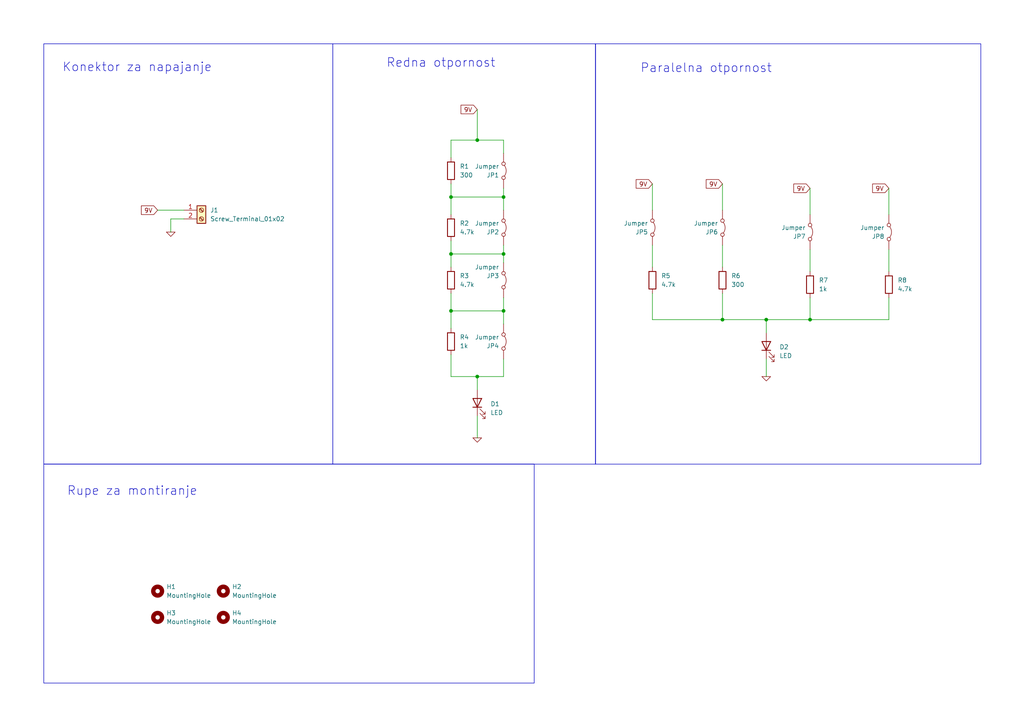
<source format=kicad_sch>
(kicad_sch
	(version 20250114)
	(generator "eeschema")
	(generator_version "9.0")
	(uuid "4bec5ddf-adbf-41fb-a069-c7630bb0044a")
	(paper "A4")
	(lib_symbols
		(symbol "Connector:Screw_Terminal_01x02"
			(pin_names
				(offset 1.016)
				(hide yes)
			)
			(exclude_from_sim no)
			(in_bom yes)
			(on_board yes)
			(property "Reference" "J"
				(at 0 2.54 0)
				(effects
					(font
						(size 1.27 1.27)
					)
				)
			)
			(property "Value" "Screw_Terminal_01x02"
				(at 0 -5.08 0)
				(effects
					(font
						(size 1.27 1.27)
					)
				)
			)
			(property "Footprint" ""
				(at 0 0 0)
				(effects
					(font
						(size 1.27 1.27)
					)
					(hide yes)
				)
			)
			(property "Datasheet" "~"
				(at 0 0 0)
				(effects
					(font
						(size 1.27 1.27)
					)
					(hide yes)
				)
			)
			(property "Description" "Generic screw terminal, single row, 01x02, script generated (kicad-library-utils/schlib/autogen/connector/)"
				(at 0 0 0)
				(effects
					(font
						(size 1.27 1.27)
					)
					(hide yes)
				)
			)
			(property "ki_keywords" "screw terminal"
				(at 0 0 0)
				(effects
					(font
						(size 1.27 1.27)
					)
					(hide yes)
				)
			)
			(property "ki_fp_filters" "TerminalBlock*:*"
				(at 0 0 0)
				(effects
					(font
						(size 1.27 1.27)
					)
					(hide yes)
				)
			)
			(symbol "Screw_Terminal_01x02_1_1"
				(rectangle
					(start -1.27 1.27)
					(end 1.27 -3.81)
					(stroke
						(width 0.254)
						(type default)
					)
					(fill
						(type background)
					)
				)
				(polyline
					(pts
						(xy -0.5334 0.3302) (xy 0.3302 -0.508)
					)
					(stroke
						(width 0.1524)
						(type default)
					)
					(fill
						(type none)
					)
				)
				(polyline
					(pts
						(xy -0.5334 -2.2098) (xy 0.3302 -3.048)
					)
					(stroke
						(width 0.1524)
						(type default)
					)
					(fill
						(type none)
					)
				)
				(polyline
					(pts
						(xy -0.3556 0.508) (xy 0.508 -0.3302)
					)
					(stroke
						(width 0.1524)
						(type default)
					)
					(fill
						(type none)
					)
				)
				(polyline
					(pts
						(xy -0.3556 -2.032) (xy 0.508 -2.8702)
					)
					(stroke
						(width 0.1524)
						(type default)
					)
					(fill
						(type none)
					)
				)
				(circle
					(center 0 0)
					(radius 0.635)
					(stroke
						(width 0.1524)
						(type default)
					)
					(fill
						(type none)
					)
				)
				(circle
					(center 0 -2.54)
					(radius 0.635)
					(stroke
						(width 0.1524)
						(type default)
					)
					(fill
						(type none)
					)
				)
				(pin passive line
					(at -5.08 0 0)
					(length 3.81)
					(name "Pin_1"
						(effects
							(font
								(size 1.27 1.27)
							)
						)
					)
					(number "1"
						(effects
							(font
								(size 1.27 1.27)
							)
						)
					)
				)
				(pin passive line
					(at -5.08 -2.54 0)
					(length 3.81)
					(name "Pin_2"
						(effects
							(font
								(size 1.27 1.27)
							)
						)
					)
					(number "2"
						(effects
							(font
								(size 1.27 1.27)
							)
						)
					)
				)
			)
			(embedded_fonts no)
		)
		(symbol "Device:LED"
			(pin_numbers
				(hide yes)
			)
			(pin_names
				(offset 1.016)
				(hide yes)
			)
			(exclude_from_sim no)
			(in_bom yes)
			(on_board yes)
			(property "Reference" "D"
				(at 0 2.54 0)
				(effects
					(font
						(size 1.27 1.27)
					)
				)
			)
			(property "Value" "LED"
				(at 0 -2.54 0)
				(effects
					(font
						(size 1.27 1.27)
					)
				)
			)
			(property "Footprint" ""
				(at 0 0 0)
				(effects
					(font
						(size 1.27 1.27)
					)
					(hide yes)
				)
			)
			(property "Datasheet" "~"
				(at 0 0 0)
				(effects
					(font
						(size 1.27 1.27)
					)
					(hide yes)
				)
			)
			(property "Description" "Light emitting diode"
				(at 0 0 0)
				(effects
					(font
						(size 1.27 1.27)
					)
					(hide yes)
				)
			)
			(property "Sim.Pins" "1=K 2=A"
				(at 0 0 0)
				(effects
					(font
						(size 1.27 1.27)
					)
					(hide yes)
				)
			)
			(property "ki_keywords" "LED diode"
				(at 0 0 0)
				(effects
					(font
						(size 1.27 1.27)
					)
					(hide yes)
				)
			)
			(property "ki_fp_filters" "LED* LED_SMD:* LED_THT:*"
				(at 0 0 0)
				(effects
					(font
						(size 1.27 1.27)
					)
					(hide yes)
				)
			)
			(symbol "LED_0_1"
				(polyline
					(pts
						(xy -3.048 -0.762) (xy -4.572 -2.286) (xy -3.81 -2.286) (xy -4.572 -2.286) (xy -4.572 -1.524)
					)
					(stroke
						(width 0)
						(type default)
					)
					(fill
						(type none)
					)
				)
				(polyline
					(pts
						(xy -1.778 -0.762) (xy -3.302 -2.286) (xy -2.54 -2.286) (xy -3.302 -2.286) (xy -3.302 -1.524)
					)
					(stroke
						(width 0)
						(type default)
					)
					(fill
						(type none)
					)
				)
				(polyline
					(pts
						(xy -1.27 0) (xy 1.27 0)
					)
					(stroke
						(width 0)
						(type default)
					)
					(fill
						(type none)
					)
				)
				(polyline
					(pts
						(xy -1.27 -1.27) (xy -1.27 1.27)
					)
					(stroke
						(width 0.254)
						(type default)
					)
					(fill
						(type none)
					)
				)
				(polyline
					(pts
						(xy 1.27 -1.27) (xy 1.27 1.27) (xy -1.27 0) (xy 1.27 -1.27)
					)
					(stroke
						(width 0.254)
						(type default)
					)
					(fill
						(type none)
					)
				)
			)
			(symbol "LED_1_1"
				(pin passive line
					(at -3.81 0 0)
					(length 2.54)
					(name "K"
						(effects
							(font
								(size 1.27 1.27)
							)
						)
					)
					(number "1"
						(effects
							(font
								(size 1.27 1.27)
							)
						)
					)
				)
				(pin passive line
					(at 3.81 0 180)
					(length 2.54)
					(name "A"
						(effects
							(font
								(size 1.27 1.27)
							)
						)
					)
					(number "2"
						(effects
							(font
								(size 1.27 1.27)
							)
						)
					)
				)
			)
			(embedded_fonts no)
		)
		(symbol "Device:R"
			(pin_numbers
				(hide yes)
			)
			(pin_names
				(offset 0)
			)
			(exclude_from_sim no)
			(in_bom yes)
			(on_board yes)
			(property "Reference" "R"
				(at 2.032 0 90)
				(effects
					(font
						(size 1.27 1.27)
					)
				)
			)
			(property "Value" "R"
				(at 0 0 90)
				(effects
					(font
						(size 1.27 1.27)
					)
				)
			)
			(property "Footprint" ""
				(at -1.778 0 90)
				(effects
					(font
						(size 1.27 1.27)
					)
					(hide yes)
				)
			)
			(property "Datasheet" "~"
				(at 0 0 0)
				(effects
					(font
						(size 1.27 1.27)
					)
					(hide yes)
				)
			)
			(property "Description" "Resistor"
				(at 0 0 0)
				(effects
					(font
						(size 1.27 1.27)
					)
					(hide yes)
				)
			)
			(property "ki_keywords" "R res resistor"
				(at 0 0 0)
				(effects
					(font
						(size 1.27 1.27)
					)
					(hide yes)
				)
			)
			(property "ki_fp_filters" "R_*"
				(at 0 0 0)
				(effects
					(font
						(size 1.27 1.27)
					)
					(hide yes)
				)
			)
			(symbol "R_0_1"
				(rectangle
					(start -1.016 -2.54)
					(end 1.016 2.54)
					(stroke
						(width 0.254)
						(type default)
					)
					(fill
						(type none)
					)
				)
			)
			(symbol "R_1_1"
				(pin passive line
					(at 0 3.81 270)
					(length 1.27)
					(name "~"
						(effects
							(font
								(size 1.27 1.27)
							)
						)
					)
					(number "1"
						(effects
							(font
								(size 1.27 1.27)
							)
						)
					)
				)
				(pin passive line
					(at 0 -3.81 90)
					(length 1.27)
					(name "~"
						(effects
							(font
								(size 1.27 1.27)
							)
						)
					)
					(number "2"
						(effects
							(font
								(size 1.27 1.27)
							)
						)
					)
				)
			)
			(embedded_fonts no)
		)
		(symbol "Jumper:Jumper_2_Bridged"
			(pin_numbers
				(hide yes)
			)
			(pin_names
				(offset 0)
				(hide yes)
			)
			(exclude_from_sim yes)
			(in_bom yes)
			(on_board yes)
			(property "Reference" "JP"
				(at 0 1.905 0)
				(effects
					(font
						(size 1.27 1.27)
					)
				)
			)
			(property "Value" "Jumper_2_Bridged"
				(at 0 -2.54 0)
				(effects
					(font
						(size 1.27 1.27)
					)
				)
			)
			(property "Footprint" ""
				(at 0 0 0)
				(effects
					(font
						(size 1.27 1.27)
					)
					(hide yes)
				)
			)
			(property "Datasheet" "~"
				(at 0 0 0)
				(effects
					(font
						(size 1.27 1.27)
					)
					(hide yes)
				)
			)
			(property "Description" "Jumper, 2-pole, closed/bridged"
				(at 0 0 0)
				(effects
					(font
						(size 1.27 1.27)
					)
					(hide yes)
				)
			)
			(property "ki_keywords" "Jumper SPST"
				(at 0 0 0)
				(effects
					(font
						(size 1.27 1.27)
					)
					(hide yes)
				)
			)
			(property "ki_fp_filters" "Jumper* TestPoint*2Pads* TestPoint*Bridge*"
				(at 0 0 0)
				(effects
					(font
						(size 1.27 1.27)
					)
					(hide yes)
				)
			)
			(symbol "Jumper_2_Bridged_0_0"
				(circle
					(center -2.032 0)
					(radius 0.508)
					(stroke
						(width 0)
						(type default)
					)
					(fill
						(type none)
					)
				)
				(circle
					(center 2.032 0)
					(radius 0.508)
					(stroke
						(width 0)
						(type default)
					)
					(fill
						(type none)
					)
				)
			)
			(symbol "Jumper_2_Bridged_0_1"
				(arc
					(start -1.524 0.254)
					(mid 0 0.762)
					(end 1.524 0.254)
					(stroke
						(width 0)
						(type default)
					)
					(fill
						(type none)
					)
				)
			)
			(symbol "Jumper_2_Bridged_1_1"
				(pin passive line
					(at -5.08 0 0)
					(length 2.54)
					(name "A"
						(effects
							(font
								(size 1.27 1.27)
							)
						)
					)
					(number "1"
						(effects
							(font
								(size 1.27 1.27)
							)
						)
					)
				)
				(pin passive line
					(at 5.08 0 180)
					(length 2.54)
					(name "B"
						(effects
							(font
								(size 1.27 1.27)
							)
						)
					)
					(number "2"
						(effects
							(font
								(size 1.27 1.27)
							)
						)
					)
				)
			)
			(embedded_fonts no)
		)
		(symbol "Mechanical:MountingHole"
			(pin_names
				(offset 1.016)
			)
			(exclude_from_sim yes)
			(in_bom no)
			(on_board yes)
			(property "Reference" "H"
				(at 0 5.08 0)
				(effects
					(font
						(size 1.27 1.27)
					)
				)
			)
			(property "Value" "MountingHole"
				(at 0 3.175 0)
				(effects
					(font
						(size 1.27 1.27)
					)
				)
			)
			(property "Footprint" ""
				(at 0 0 0)
				(effects
					(font
						(size 1.27 1.27)
					)
					(hide yes)
				)
			)
			(property "Datasheet" "~"
				(at 0 0 0)
				(effects
					(font
						(size 1.27 1.27)
					)
					(hide yes)
				)
			)
			(property "Description" "Mounting Hole without connection"
				(at 0 0 0)
				(effects
					(font
						(size 1.27 1.27)
					)
					(hide yes)
				)
			)
			(property "ki_keywords" "mounting hole"
				(at 0 0 0)
				(effects
					(font
						(size 1.27 1.27)
					)
					(hide yes)
				)
			)
			(property "ki_fp_filters" "MountingHole*"
				(at 0 0 0)
				(effects
					(font
						(size 1.27 1.27)
					)
					(hide yes)
				)
			)
			(symbol "MountingHole_0_1"
				(circle
					(center 0 0)
					(radius 1.27)
					(stroke
						(width 1.27)
						(type default)
					)
					(fill
						(type none)
					)
				)
			)
			(embedded_fonts no)
		)
		(symbol "Simulation_SPICE:0"
			(power)
			(pin_numbers
				(hide yes)
			)
			(pin_names
				(offset 0)
				(hide yes)
			)
			(exclude_from_sim no)
			(in_bom yes)
			(on_board yes)
			(property "Reference" "#GND"
				(at 0 -5.08 0)
				(effects
					(font
						(size 1.27 1.27)
					)
					(hide yes)
				)
			)
			(property "Value" "0"
				(at 0 -2.54 0)
				(effects
					(font
						(size 1.27 1.27)
					)
				)
			)
			(property "Footprint" ""
				(at 0 0 0)
				(effects
					(font
						(size 1.27 1.27)
					)
					(hide yes)
				)
			)
			(property "Datasheet" "https://ngspice.sourceforge.io/docs/ngspice-html-manual/manual.xhtml#subsec_Circuit_elements__device"
				(at 0 -10.16 0)
				(effects
					(font
						(size 1.27 1.27)
					)
					(hide yes)
				)
			)
			(property "Description" "0V reference potential for simulation"
				(at 0 -7.62 0)
				(effects
					(font
						(size 1.27 1.27)
					)
					(hide yes)
				)
			)
			(property "ki_keywords" "simulation"
				(at 0 0 0)
				(effects
					(font
						(size 1.27 1.27)
					)
					(hide yes)
				)
			)
			(symbol "0_0_1"
				(polyline
					(pts
						(xy -1.27 0) (xy 0 -1.27) (xy 1.27 0) (xy -1.27 0)
					)
					(stroke
						(width 0)
						(type default)
					)
					(fill
						(type none)
					)
				)
			)
			(symbol "0_1_1"
				(pin power_in line
					(at 0 0 0)
					(length 0)
					(name "~"
						(effects
							(font
								(size 1.016 1.016)
							)
						)
					)
					(number "1"
						(effects
							(font
								(size 1.016 1.016)
							)
						)
					)
				)
			)
			(embedded_fonts no)
		)
	)
	(rectangle
		(start 172.72 12.7)
		(end 284.48 134.62)
		(stroke
			(width 0)
			(type default)
		)
		(fill
			(type none)
		)
		(uuid 112beb38-8670-420b-993a-ab5107f9b4fc)
	)
	(rectangle
		(start 12.7 134.62)
		(end 154.94 198.12)
		(stroke
			(width 0)
			(type default)
		)
		(fill
			(type none)
		)
		(uuid 45df7ae2-2a80-45b9-a38f-41e4c3f1e1bd)
	)
	(rectangle
		(start 12.7 12.7)
		(end 96.52 134.62)
		(stroke
			(width 0)
			(type default)
		)
		(fill
			(type none)
		)
		(uuid 93cff862-aa34-4a5b-8a12-8e2eea45182f)
	)
	(rectangle
		(start 96.52 12.7)
		(end 172.72 134.62)
		(stroke
			(width 0)
			(type default)
		)
		(fill
			(type none)
		)
		(uuid e139b5e9-e456-4fdb-99ec-7172ae9de429)
	)
	(text "Rupe za montiranje"
		(exclude_from_sim no)
		(at 38.354 142.494 0)
		(effects
			(font
				(size 2.54 2.54)
			)
		)
		(uuid "14a70fbf-d81d-4d4b-9849-219be13273e3")
	)
	(text "Paralelna otpornost\n"
		(exclude_from_sim no)
		(at 185.674 21.336 0)
		(effects
			(font
				(size 2.54 2.54)
			)
			(justify left bottom)
		)
		(uuid "5c600dc3-39c8-4dfe-9039-1bf2c632e6fb")
	)
	(text "Redna otpornost\n"
		(exclude_from_sim no)
		(at 112.014 19.812 0)
		(effects
			(font
				(size 2.54 2.54)
			)
			(justify left bottom)
		)
		(uuid "62e04c7f-7147-4428-93b4-bb22e0f90e8a")
	)
	(text "Konektor za napajanje"
		(exclude_from_sim no)
		(at 18.034 21.082 0)
		(effects
			(font
				(size 2.54 2.54)
			)
			(justify left bottom)
		)
		(uuid "f49ea458-42eb-4865-9251-c0e7840e3853")
	)
	(junction
		(at 130.81 90.17)
		(diameter 0)
		(color 0 0 0 0)
		(uuid "0df94a56-bba4-479a-8126-1c20480d324e")
	)
	(junction
		(at 146.05 90.17)
		(diameter 0)
		(color 0 0 0 0)
		(uuid "3f4f1e6f-0f75-42e6-b27c-eebbb74532f4")
	)
	(junction
		(at 222.25 92.71)
		(diameter 0)
		(color 0 0 0 0)
		(uuid "4a8be83c-8a76-47dc-bc9d-0447094d09f8")
	)
	(junction
		(at 209.55 92.71)
		(diameter 0)
		(color 0 0 0 0)
		(uuid "50adb17d-4b99-4bd2-aac9-0ef653ce9315")
	)
	(junction
		(at 138.43 109.22)
		(diameter 0)
		(color 0 0 0 0)
		(uuid "54c631df-45e1-4430-9592-827dc3d456e5")
	)
	(junction
		(at 146.05 57.15)
		(diameter 0)
		(color 0 0 0 0)
		(uuid "706d9770-d4ee-42fa-a2d0-35ec0baf72ee")
	)
	(junction
		(at 130.81 57.15)
		(diameter 0)
		(color 0 0 0 0)
		(uuid "7bf83fe8-f068-4273-b279-72b920b2593c")
	)
	(junction
		(at 130.81 73.66)
		(diameter 0)
		(color 0 0 0 0)
		(uuid "85dd8a30-bfa3-4194-98aa-af55d28f4667")
	)
	(junction
		(at 234.95 92.71)
		(diameter 0)
		(color 0 0 0 0)
		(uuid "86652a73-53eb-4945-b0b6-0ba3edfc4eda")
	)
	(junction
		(at 138.43 40.64)
		(diameter 0)
		(color 0 0 0 0)
		(uuid "87bc591b-0ffb-42ad-ad61-d6d1a3227df2")
	)
	(junction
		(at 146.05 73.66)
		(diameter 0)
		(color 0 0 0 0)
		(uuid "bdbc4f9f-a1f5-4967-bbd8-b89d7be5a32d")
	)
	(wire
		(pts
			(xy 138.43 120.65) (xy 138.43 127)
		)
		(stroke
			(width 0)
			(type default)
		)
		(uuid "0ae7a72d-8319-4e39-b20e-67da296db00c")
	)
	(wire
		(pts
			(xy 146.05 86.36) (xy 146.05 90.17)
		)
		(stroke
			(width 0)
			(type default)
		)
		(uuid "0fa182fa-a586-4b3d-8d04-caa3fe2c1528")
	)
	(wire
		(pts
			(xy 130.81 53.34) (xy 130.81 57.15)
		)
		(stroke
			(width 0)
			(type default)
		)
		(uuid "1afb2b1c-1510-400d-9712-c822c809e60c")
	)
	(wire
		(pts
			(xy 130.81 109.22) (xy 138.43 109.22)
		)
		(stroke
			(width 0)
			(type default)
		)
		(uuid "1e783b21-125a-464a-9a0e-7f03b16d6f03")
	)
	(wire
		(pts
			(xy 130.81 40.64) (xy 130.81 45.72)
		)
		(stroke
			(width 0)
			(type default)
		)
		(uuid "2dbac936-221c-4d3c-bee1-4e390b4bd787")
	)
	(wire
		(pts
			(xy 146.05 104.14) (xy 146.05 109.22)
		)
		(stroke
			(width 0)
			(type default)
		)
		(uuid "3c7e5586-73cb-4ba8-877e-97960eed91ff")
	)
	(wire
		(pts
			(xy 234.95 92.71) (xy 257.81 92.71)
		)
		(stroke
			(width 0)
			(type default)
		)
		(uuid "3dee9214-6c12-4b93-9805-1937952dc29b")
	)
	(wire
		(pts
			(xy 209.55 92.71) (xy 222.25 92.71)
		)
		(stroke
			(width 0)
			(type default)
		)
		(uuid "5461aacc-0149-4c24-9391-f1d8de309889")
	)
	(wire
		(pts
			(xy 130.81 73.66) (xy 146.05 73.66)
		)
		(stroke
			(width 0)
			(type default)
		)
		(uuid "5ea1234b-8703-4e5b-90cc-39c2e7780331")
	)
	(wire
		(pts
			(xy 222.25 92.71) (xy 234.95 92.71)
		)
		(stroke
			(width 0)
			(type default)
		)
		(uuid "664cb33a-83b4-447e-9a66-9104556c4d00")
	)
	(wire
		(pts
			(xy 209.55 85.09) (xy 209.55 92.71)
		)
		(stroke
			(width 0)
			(type default)
		)
		(uuid "6abe0c05-86e0-45c3-bba5-b46e7d1658dc")
	)
	(wire
		(pts
			(xy 146.05 90.17) (xy 146.05 93.98)
		)
		(stroke
			(width 0)
			(type default)
		)
		(uuid "6b1e24f2-5ff8-4223-92e5-a8689782a040")
	)
	(wire
		(pts
			(xy 130.81 90.17) (xy 146.05 90.17)
		)
		(stroke
			(width 0)
			(type default)
		)
		(uuid "6c848ae7-3961-40ea-b297-f62861415425")
	)
	(wire
		(pts
			(xy 130.81 73.66) (xy 130.81 77.47)
		)
		(stroke
			(width 0)
			(type default)
		)
		(uuid "71c0a520-cc96-434d-8f15-b742315bcd8f")
	)
	(wire
		(pts
			(xy 257.81 86.36) (xy 257.81 92.71)
		)
		(stroke
			(width 0)
			(type default)
		)
		(uuid "72787066-b22c-4239-95f5-e243f1391cdc")
	)
	(wire
		(pts
			(xy 138.43 31.75) (xy 138.43 40.64)
		)
		(stroke
			(width 0)
			(type default)
		)
		(uuid "79c955b3-950d-4565-8fc5-c3dc51fa25c3")
	)
	(wire
		(pts
			(xy 49.53 63.5) (xy 49.53 67.31)
		)
		(stroke
			(width 0)
			(type default)
		)
		(uuid "7ba47181-ad7e-4a2c-84c9-e23a94562d04")
	)
	(wire
		(pts
			(xy 257.81 54.61) (xy 257.81 62.23)
		)
		(stroke
			(width 0)
			(type default)
		)
		(uuid "8372f528-10a2-4800-b493-4f6dbc235618")
	)
	(wire
		(pts
			(xy 234.95 72.39) (xy 234.95 78.74)
		)
		(stroke
			(width 0)
			(type default)
		)
		(uuid "85c3d4f6-8bdb-41f1-8fd1-878b0b3a181b")
	)
	(wire
		(pts
			(xy 130.81 57.15) (xy 130.81 62.23)
		)
		(stroke
			(width 0)
			(type default)
		)
		(uuid "9036a16b-15c6-468b-83d4-d879a3cb4bc5")
	)
	(wire
		(pts
			(xy 234.95 86.36) (xy 234.95 92.71)
		)
		(stroke
			(width 0)
			(type default)
		)
		(uuid "932ca393-0804-4709-82db-d4872c02b781")
	)
	(wire
		(pts
			(xy 222.25 92.71) (xy 222.25 96.52)
		)
		(stroke
			(width 0)
			(type default)
		)
		(uuid "9585ca72-37d5-4efa-a744-0ce606a725ab")
	)
	(wire
		(pts
			(xy 146.05 73.66) (xy 146.05 76.2)
		)
		(stroke
			(width 0)
			(type default)
		)
		(uuid "98c27c14-3811-40d4-8ec1-789ec3964bb8")
	)
	(wire
		(pts
			(xy 257.81 72.39) (xy 257.81 78.74)
		)
		(stroke
			(width 0)
			(type default)
		)
		(uuid "9d341542-49df-4f71-b7c5-b243b6a30ecf")
	)
	(wire
		(pts
			(xy 130.81 69.85) (xy 130.81 73.66)
		)
		(stroke
			(width 0)
			(type default)
		)
		(uuid "a1ae2a3a-9c94-423d-862e-b16495b964bd")
	)
	(wire
		(pts
			(xy 189.23 85.09) (xy 189.23 92.71)
		)
		(stroke
			(width 0)
			(type default)
		)
		(uuid "a3fd8be7-427c-4d46-82be-faf0f4ed8815")
	)
	(wire
		(pts
			(xy 49.53 63.5) (xy 53.34 63.5)
		)
		(stroke
			(width 0)
			(type default)
		)
		(uuid "a556aa0d-c760-4579-a3a6-ca71ad76da8a")
	)
	(wire
		(pts
			(xy 130.81 57.15) (xy 146.05 57.15)
		)
		(stroke
			(width 0)
			(type default)
		)
		(uuid "ac469a6f-bfb5-4cfb-930e-cff7e7f1edb8")
	)
	(wire
		(pts
			(xy 130.81 40.64) (xy 138.43 40.64)
		)
		(stroke
			(width 0)
			(type default)
		)
		(uuid "b721ff57-9f76-4ba7-9820-4f155a9faed5")
	)
	(wire
		(pts
			(xy 130.81 102.87) (xy 130.81 109.22)
		)
		(stroke
			(width 0)
			(type default)
		)
		(uuid "bdaf449f-ca70-4685-bfbe-800f11439763")
	)
	(wire
		(pts
			(xy 222.25 104.14) (xy 222.25 109.22)
		)
		(stroke
			(width 0)
			(type default)
		)
		(uuid "bde265b2-2181-40ef-8275-e472c4cf8a7d")
	)
	(wire
		(pts
			(xy 189.23 71.12) (xy 189.23 77.47)
		)
		(stroke
			(width 0)
			(type default)
		)
		(uuid "d36c1705-efae-4dbe-943d-998bc65dde72")
	)
	(wire
		(pts
			(xy 146.05 73.66) (xy 146.05 71.12)
		)
		(stroke
			(width 0)
			(type default)
		)
		(uuid "d44d2bca-315d-4967-928f-3f5d38f8a41a")
	)
	(wire
		(pts
			(xy 209.55 71.12) (xy 209.55 77.47)
		)
		(stroke
			(width 0)
			(type default)
		)
		(uuid "d5ac0df8-090e-4593-bf1f-f736724f336a")
	)
	(wire
		(pts
			(xy 146.05 40.64) (xy 146.05 44.45)
		)
		(stroke
			(width 0)
			(type default)
		)
		(uuid "d6f4b2d1-1e3c-4179-a137-093794ac6aea")
	)
	(wire
		(pts
			(xy 138.43 109.22) (xy 138.43 113.03)
		)
		(stroke
			(width 0)
			(type default)
		)
		(uuid "d85292fc-1582-439c-9e2c-dec27867dca0")
	)
	(wire
		(pts
			(xy 53.34 60.96) (xy 45.72 60.96)
		)
		(stroke
			(width 0)
			(type default)
		)
		(uuid "e47bfef4-dd95-4ed3-91f0-32583c6b6e58")
	)
	(wire
		(pts
			(xy 130.81 85.09) (xy 130.81 90.17)
		)
		(stroke
			(width 0)
			(type default)
		)
		(uuid "e711462d-2782-47cb-ab79-7ca4641c93c1")
	)
	(wire
		(pts
			(xy 146.05 57.15) (xy 146.05 60.96)
		)
		(stroke
			(width 0)
			(type default)
		)
		(uuid "e801a984-a3dd-4892-85db-6201e11d9c6f")
	)
	(wire
		(pts
			(xy 189.23 53.34) (xy 189.23 60.96)
		)
		(stroke
			(width 0)
			(type default)
		)
		(uuid "e932e8d9-dc79-4c88-9a64-8e355a84107e")
	)
	(wire
		(pts
			(xy 146.05 109.22) (xy 138.43 109.22)
		)
		(stroke
			(width 0)
			(type default)
		)
		(uuid "ec706d13-7235-41ea-9dd5-5790e1fcd976")
	)
	(wire
		(pts
			(xy 138.43 40.64) (xy 146.05 40.64)
		)
		(stroke
			(width 0)
			(type default)
		)
		(uuid "f87bd2e8-affe-4994-be39-c1c6c2da0989")
	)
	(wire
		(pts
			(xy 234.95 54.61) (xy 234.95 62.23)
		)
		(stroke
			(width 0)
			(type default)
		)
		(uuid "f8dc07da-80b7-4e73-89b9-cc5177f47bb6")
	)
	(wire
		(pts
			(xy 146.05 57.15) (xy 146.05 54.61)
		)
		(stroke
			(width 0)
			(type default)
		)
		(uuid "fc1f1b6d-8c7d-4570-8ae9-097ea76c8d20")
	)
	(wire
		(pts
			(xy 209.55 53.34) (xy 209.55 60.96)
		)
		(stroke
			(width 0)
			(type default)
		)
		(uuid "fccf1a39-f8ef-4d07-ba19-223a43b73ec8")
	)
	(wire
		(pts
			(xy 130.81 90.17) (xy 130.81 95.25)
		)
		(stroke
			(width 0)
			(type default)
		)
		(uuid "ff842ff0-d79d-4842-bf3f-7396eeb95eb7")
	)
	(wire
		(pts
			(xy 189.23 92.71) (xy 209.55 92.71)
		)
		(stroke
			(width 0)
			(type default)
		)
		(uuid "ff9007ec-56c1-4df4-a2a1-082d84c6a6ae")
	)
	(global_label "9V"
		(shape input)
		(at 234.95 54.61 180)
		(fields_autoplaced yes)
		(effects
			(font
				(size 1.27 1.27)
			)
			(justify right)
		)
		(uuid "456ec1b4-7b11-46aa-9f9d-d928941a5f63")
		(property "Intersheetrefs" "${INTERSHEET_REFS}"
			(at 229.6667 54.61 0)
			(effects
				(font
					(size 1.27 1.27)
				)
				(justify right)
				(hide yes)
			)
		)
	)
	(global_label "9V"
		(shape input)
		(at 257.81 54.61 180)
		(fields_autoplaced yes)
		(effects
			(font
				(size 1.27 1.27)
			)
			(justify right)
		)
		(uuid "580135b2-ce3a-4bed-9cab-2ad7c77efec6")
		(property "Intersheetrefs" "${INTERSHEET_REFS}"
			(at 252.5267 54.61 0)
			(effects
				(font
					(size 1.27 1.27)
				)
				(justify right)
				(hide yes)
			)
		)
	)
	(global_label "9V"
		(shape input)
		(at 189.23 53.34 180)
		(fields_autoplaced yes)
		(effects
			(font
				(size 1.27 1.27)
			)
			(justify right)
		)
		(uuid "70af776b-bca7-4308-bff8-175f945e6b48")
		(property "Intersheetrefs" "${INTERSHEET_REFS}"
			(at 183.9467 53.34 0)
			(effects
				(font
					(size 1.27 1.27)
				)
				(justify right)
				(hide yes)
			)
		)
	)
	(global_label "9V"
		(shape input)
		(at 209.55 53.34 180)
		(fields_autoplaced yes)
		(effects
			(font
				(size 1.27 1.27)
			)
			(justify right)
		)
		(uuid "e77f2399-517b-49ec-9006-c6b3aa605437")
		(property "Intersheetrefs" "${INTERSHEET_REFS}"
			(at 204.2667 53.34 0)
			(effects
				(font
					(size 1.27 1.27)
				)
				(justify right)
				(hide yes)
			)
		)
	)
	(global_label "9V"
		(shape input)
		(at 138.43 31.75 180)
		(fields_autoplaced yes)
		(effects
			(font
				(size 1.27 1.27)
			)
			(justify right)
		)
		(uuid "f14c8359-d58b-4e7f-b5ef-d08b18c02cd1")
		(property "Intersheetrefs" "${INTERSHEET_REFS}"
			(at 133.1467 31.75 0)
			(effects
				(font
					(size 1.27 1.27)
				)
				(justify right)
				(hide yes)
			)
		)
	)
	(global_label "9V"
		(shape input)
		(at 45.72 60.96 180)
		(fields_autoplaced yes)
		(effects
			(font
				(size 1.27 1.27)
			)
			(justify right)
		)
		(uuid "f8590b3c-4631-42de-a4bb-7885284cd3e8")
		(property "Intersheetrefs" "${INTERSHEET_REFS}"
			(at 40.4367 60.96 0)
			(effects
				(font
					(size 1.27 1.27)
				)
				(justify right)
				(hide yes)
			)
		)
	)
	(symbol
		(lib_id "Device:R")
		(at 130.81 66.04 0)
		(unit 1)
		(exclude_from_sim no)
		(in_bom yes)
		(on_board yes)
		(dnp no)
		(fields_autoplaced yes)
		(uuid "05ca4ef4-ea28-4167-b258-b114a3f9e3cb")
		(property "Reference" "R2"
			(at 133.35 64.77 0)
			(effects
				(font
					(size 1.27 1.27)
				)
				(justify left)
			)
		)
		(property "Value" "4.7k"
			(at 133.35 67.31 0)
			(effects
				(font
					(size 1.27 1.27)
				)
				(justify left)
			)
		)
		(property "Footprint" "PEP_library:R_smd"
			(at 129.032 66.04 90)
			(effects
				(font
					(size 1.27 1.27)
				)
				(hide yes)
			)
		)
		(property "Datasheet" "~"
			(at 130.81 66.04 0)
			(effects
				(font
					(size 1.27 1.27)
				)
				(hide yes)
			)
		)
		(property "Description" "Resistor"
			(at 130.81 66.04 0)
			(effects
				(font
					(size 1.27 1.27)
				)
				(hide yes)
			)
		)
		(property "LCSC" "C17936"
			(at 130.81 66.04 0)
			(effects
				(font
					(size 1.27 1.27)
				)
				(hide yes)
			)
		)
		(pin "1"
			(uuid "0a9011b9-2e43-4a0b-8dc8-797bfdc03788")
		)
		(pin "2"
			(uuid "7b32de1f-55b4-4845-8724-5b30f91e11bd")
		)
		(instances
			(project "PEP003-V1-redna_i_paralelna_otpornost-finalni"
				(path "/4bec5ddf-adbf-41fb-a069-c7630bb0044a"
					(reference "R2")
					(unit 1)
				)
			)
		)
	)
	(symbol
		(lib_id "Mechanical:MountingHole")
		(at 45.72 179.07 0)
		(unit 1)
		(exclude_from_sim no)
		(in_bom yes)
		(on_board yes)
		(dnp no)
		(fields_autoplaced yes)
		(uuid "0c3764e9-1df8-4553-89ea-56bfbfbc7b81")
		(property "Reference" "H3"
			(at 48.26 177.8 0)
			(effects
				(font
					(size 1.27 1.27)
				)
				(justify left)
			)
		)
		(property "Value" "MountingHole"
			(at 48.26 180.34 0)
			(effects
				(font
					(size 1.27 1.27)
				)
				(justify left)
			)
		)
		(property "Footprint" "MountingHole:MountingHole_3.2mm_M3_ISO14580_Pad_TopBottom"
			(at 45.72 179.07 0)
			(effects
				(font
					(size 1.27 1.27)
				)
				(hide yes)
			)
		)
		(property "Datasheet" "~"
			(at 45.72 179.07 0)
			(effects
				(font
					(size 1.27 1.27)
				)
				(hide yes)
			)
		)
		(property "Description" "Mounting Hole without connection"
			(at 45.72 179.07 0)
			(effects
				(font
					(size 1.27 1.27)
				)
				(hide yes)
			)
		)
		(instances
			(project "45x45_template"
				(path "/4bec5ddf-adbf-41fb-a069-c7630bb0044a"
					(reference "H3")
					(unit 1)
				)
			)
		)
	)
	(symbol
		(lib_id "Device:R")
		(at 130.81 49.53 0)
		(unit 1)
		(exclude_from_sim no)
		(in_bom yes)
		(on_board yes)
		(dnp no)
		(fields_autoplaced yes)
		(uuid "0ee49f2d-3635-4661-8289-97b425c315b1")
		(property "Reference" "R1"
			(at 133.35 48.26 0)
			(effects
				(font
					(size 1.27 1.27)
				)
				(justify left)
			)
		)
		(property "Value" "300"
			(at 133.35 50.8 0)
			(effects
				(font
					(size 1.27 1.27)
				)
				(justify left)
			)
		)
		(property "Footprint" "PEP_library:R_smd"
			(at 129.032 49.53 90)
			(effects
				(font
					(size 1.27 1.27)
				)
				(hide yes)
			)
		)
		(property "Datasheet" "~"
			(at 130.81 49.53 0)
			(effects
				(font
					(size 1.27 1.27)
				)
				(hide yes)
			)
		)
		(property "Description" "Resistor"
			(at 130.81 49.53 0)
			(effects
				(font
					(size 1.27 1.27)
				)
				(hide yes)
			)
		)
		(property "LCSC" "C17887"
			(at 130.81 49.53 0)
			(effects
				(font
					(size 1.27 1.27)
				)
				(hide yes)
			)
		)
		(pin "1"
			(uuid "85760e2c-ba03-47c2-a77e-f627ecf16231")
		)
		(pin "2"
			(uuid "72948e95-6145-44f5-9e64-4d4310cc70bd")
		)
		(instances
			(project "PEP003-V1-redna_i_paralelna_otpornost-finalni"
				(path "/4bec5ddf-adbf-41fb-a069-c7630bb0044a"
					(reference "R1")
					(unit 1)
				)
			)
		)
	)
	(symbol
		(lib_id "Simulation_SPICE:0")
		(at 222.25 109.22 0)
		(unit 1)
		(exclude_from_sim no)
		(in_bom yes)
		(on_board yes)
		(dnp no)
		(fields_autoplaced yes)
		(uuid "107b586c-bacd-4fd1-9db8-f954b6fb5feb")
		(property "Reference" "#GND03"
			(at 222.25 111.76 0)
			(effects
				(font
					(size 1.27 1.27)
				)
				(hide yes)
			)
		)
		(property "Value" "0"
			(at 222.25 106.68 0)
			(effects
				(font
					(size 1.27 1.27)
				)
				(hide yes)
			)
		)
		(property "Footprint" ""
			(at 222.25 109.22 0)
			(effects
				(font
					(size 1.27 1.27)
				)
				(hide yes)
			)
		)
		(property "Datasheet" "https://ngspice.sourceforge.io/docs/ngspice-html-manual/manual.xhtml#subsec_Circuit_elements__device"
			(at 222.25 109.22 0)
			(effects
				(font
					(size 1.27 1.27)
				)
				(hide yes)
			)
		)
		(property "Description" "0V reference potential for simulation"
			(at 222.25 109.22 0)
			(effects
				(font
					(size 1.27 1.27)
				)
				(hide yes)
			)
		)
		(pin "1"
			(uuid "c8dc9b1f-1543-4269-98b6-1fe85780ec37")
		)
		(instances
			(project "PEP003-V1-redna_i_paralelna_otpornost-finalni"
				(path "/4bec5ddf-adbf-41fb-a069-c7630bb0044a"
					(reference "#GND03")
					(unit 1)
				)
			)
		)
	)
	(symbol
		(lib_id "Device:R")
		(at 257.81 82.55 180)
		(unit 1)
		(exclude_from_sim no)
		(in_bom yes)
		(on_board yes)
		(dnp no)
		(uuid "1e90f0f6-edc9-4fe2-aae2-dca94ce1e871")
		(property "Reference" "R8"
			(at 260.35 81.28 0)
			(effects
				(font
					(size 1.27 1.27)
				)
				(justify right)
			)
		)
		(property "Value" "4.7k"
			(at 260.35 83.82 0)
			(effects
				(font
					(size 1.27 1.27)
				)
				(justify right)
			)
		)
		(property "Footprint" "PEP_library:R_smd"
			(at 259.588 82.55 90)
			(effects
				(font
					(size 1.27 1.27)
				)
				(hide yes)
			)
		)
		(property "Datasheet" "~"
			(at 257.81 82.55 0)
			(effects
				(font
					(size 1.27 1.27)
				)
				(hide yes)
			)
		)
		(property "Description" "Resistor"
			(at 257.81 82.55 0)
			(effects
				(font
					(size 1.27 1.27)
				)
				(hide yes)
			)
		)
		(property "LCSC" "C17936"
			(at 257.81 82.55 0)
			(effects
				(font
					(size 1.27 1.27)
				)
				(hide yes)
			)
		)
		(pin "1"
			(uuid "32b8ffb1-abf3-43c2-bf98-49cfd0e2a0f3")
		)
		(pin "2"
			(uuid "1675c56a-4f70-4eb9-8938-8a92041907ed")
		)
		(instances
			(project "PEP003-V1-redna_i_paralelna_otpornost-finalni"
				(path "/4bec5ddf-adbf-41fb-a069-c7630bb0044a"
					(reference "R8")
					(unit 1)
				)
			)
		)
	)
	(symbol
		(lib_id "Simulation_SPICE:0")
		(at 49.53 67.31 0)
		(unit 1)
		(exclude_from_sim no)
		(in_bom yes)
		(on_board yes)
		(dnp no)
		(fields_autoplaced yes)
		(uuid "223d9fd9-676b-417c-b768-b7d6f4757c0a")
		(property "Reference" "#GND01"
			(at 49.53 69.85 0)
			(effects
				(font
					(size 1.27 1.27)
				)
				(hide yes)
			)
		)
		(property "Value" "0"
			(at 49.53 64.77 0)
			(effects
				(font
					(size 1.27 1.27)
				)
				(hide yes)
			)
		)
		(property "Footprint" ""
			(at 49.53 67.31 0)
			(effects
				(font
					(size 1.27 1.27)
				)
				(hide yes)
			)
		)
		(property "Datasheet" "https://ngspice.sourceforge.io/docs/ngspice-html-manual/manual.xhtml#subsec_Circuit_elements__device"
			(at 49.53 67.31 0)
			(effects
				(font
					(size 1.27 1.27)
				)
				(hide yes)
			)
		)
		(property "Description" "0V reference potential for simulation"
			(at 49.53 67.31 0)
			(effects
				(font
					(size 1.27 1.27)
				)
				(hide yes)
			)
		)
		(pin "1"
			(uuid "d481790b-8796-459a-903c-bdbdf3dc3af9")
		)
		(instances
			(project "PEP003-V1-redna_i_paralelna_otpornost-finalni"
				(path "/4bec5ddf-adbf-41fb-a069-c7630bb0044a"
					(reference "#GND01")
					(unit 1)
				)
			)
		)
	)
	(symbol
		(lib_id "Device:R")
		(at 234.95 82.55 0)
		(unit 1)
		(exclude_from_sim no)
		(in_bom yes)
		(on_board yes)
		(dnp no)
		(fields_autoplaced yes)
		(uuid "3ff9a4e0-642e-46bb-99d5-5b7e5916eb2f")
		(property "Reference" "R7"
			(at 237.49 81.28 0)
			(effects
				(font
					(size 1.27 1.27)
				)
				(justify left)
			)
		)
		(property "Value" "1k"
			(at 237.49 83.82 0)
			(effects
				(font
					(size 1.27 1.27)
				)
				(justify left)
			)
		)
		(property "Footprint" "PEP_library:R_smd"
			(at 233.172 82.55 90)
			(effects
				(font
					(size 1.27 1.27)
				)
				(hide yes)
			)
		)
		(property "Datasheet" "~"
			(at 234.95 82.55 0)
			(effects
				(font
					(size 1.27 1.27)
				)
				(hide yes)
			)
		)
		(property "Description" "Resistor"
			(at 234.95 82.55 0)
			(effects
				(font
					(size 1.27 1.27)
				)
				(hide yes)
			)
		)
		(property "LCSC" "C175514"
			(at 234.95 82.55 0)
			(effects
				(font
					(size 1.27 1.27)
				)
				(hide yes)
			)
		)
		(pin "1"
			(uuid "82bad276-4372-4a9a-9f7c-e0f3b92ba32c")
		)
		(pin "2"
			(uuid "0eb8d359-e717-4cf6-98de-e81605e48a74")
		)
		(instances
			(project "PEP003-V1-redna_i_paralelna_otpornost-finalni"
				(path "/4bec5ddf-adbf-41fb-a069-c7630bb0044a"
					(reference "R7")
					(unit 1)
				)
			)
		)
	)
	(symbol
		(lib_id "Jumper:Jumper_2_Bridged")
		(at 209.55 66.04 270)
		(unit 1)
		(exclude_from_sim no)
		(in_bom yes)
		(on_board yes)
		(dnp no)
		(fields_autoplaced yes)
		(uuid "4d1244b8-036e-4193-8358-977dc631f742")
		(property "Reference" "JP6"
			(at 208.28 67.31 90)
			(effects
				(font
					(size 1.27 1.27)
				)
				(justify right)
			)
		)
		(property "Value" "Jumper"
			(at 208.28 64.77 90)
			(effects
				(font
					(size 1.27 1.27)
				)
				(justify right)
			)
		)
		(property "Footprint" "Connector_PinHeader_2.54mm:PinHeader_1x02_P2.54mm_Vertical"
			(at 209.55 66.04 0)
			(effects
				(font
					(size 1.27 1.27)
				)
				(hide yes)
			)
		)
		(property "Datasheet" "~"
			(at 209.55 66.04 0)
			(effects
				(font
					(size 1.27 1.27)
				)
				(hide yes)
			)
		)
		(property "Description" "Jumper, 2-pole, closed/bridged"
			(at 209.55 66.04 0)
			(effects
				(font
					(size 1.27 1.27)
				)
				(hide yes)
			)
		)
		(pin "2"
			(uuid "dd137bf2-26f0-476f-8d94-720dc973c408")
		)
		(pin "1"
			(uuid "4fe7c0b0-102d-4b3b-9bea-fc99d7838177")
		)
		(instances
			(project "PEP003-V1-redna_i_paralelna_otpornost-finalni"
				(path "/4bec5ddf-adbf-41fb-a069-c7630bb0044a"
					(reference "JP6")
					(unit 1)
				)
			)
		)
	)
	(symbol
		(lib_id "Jumper:Jumper_2_Bridged")
		(at 146.05 49.53 270)
		(unit 1)
		(exclude_from_sim no)
		(in_bom yes)
		(on_board yes)
		(dnp no)
		(fields_autoplaced yes)
		(uuid "5ec46753-b246-4937-95d3-967d1432d80f")
		(property "Reference" "JP1"
			(at 144.78 50.8 90)
			(effects
				(font
					(size 1.27 1.27)
				)
				(justify right)
			)
		)
		(property "Value" "Jumper"
			(at 144.78 48.26 90)
			(effects
				(font
					(size 1.27 1.27)
				)
				(justify right)
			)
		)
		(property "Footprint" "Connector_PinHeader_2.54mm:PinHeader_1x02_P2.54mm_Vertical"
			(at 146.05 49.53 0)
			(effects
				(font
					(size 1.27 1.27)
				)
				(hide yes)
			)
		)
		(property "Datasheet" "~"
			(at 146.05 49.53 0)
			(effects
				(font
					(size 1.27 1.27)
				)
				(hide yes)
			)
		)
		(property "Description" "Jumper, 2-pole, closed/bridged"
			(at 146.05 49.53 0)
			(effects
				(font
					(size 1.27 1.27)
				)
				(hide yes)
			)
		)
		(pin "2"
			(uuid "49c52459-b388-4b82-82d6-b3a5bf256592")
		)
		(pin "1"
			(uuid "94f3d3ad-d238-4bd4-afa9-64c12d1424f1")
		)
		(instances
			(project "PEP003-V1-redna_i_paralelna_otpornost-finalni"
				(path "/4bec5ddf-adbf-41fb-a069-c7630bb0044a"
					(reference "JP1")
					(unit 1)
				)
			)
		)
	)
	(symbol
		(lib_id "Device:R")
		(at 209.55 81.28 0)
		(unit 1)
		(exclude_from_sim no)
		(in_bom yes)
		(on_board yes)
		(dnp no)
		(uuid "643d45c5-6609-4764-a491-e0dae2d5d12b")
		(property "Reference" "R6"
			(at 212.09 80.01 0)
			(effects
				(font
					(size 1.27 1.27)
				)
				(justify left)
			)
		)
		(property "Value" "300"
			(at 212.09 82.55 0)
			(effects
				(font
					(size 1.27 1.27)
				)
				(justify left)
			)
		)
		(property "Footprint" "PEP_library:R_smd"
			(at 207.772 81.28 90)
			(effects
				(font
					(size 1.27 1.27)
				)
				(hide yes)
			)
		)
		(property "Datasheet" "~"
			(at 209.55 81.28 0)
			(effects
				(font
					(size 1.27 1.27)
				)
				(hide yes)
			)
		)
		(property "Description" "Resistor"
			(at 209.55 81.28 0)
			(effects
				(font
					(size 1.27 1.27)
				)
				(hide yes)
			)
		)
		(property "LCSC" "C17887"
			(at 209.55 81.28 0)
			(effects
				(font
					(size 1.27 1.27)
				)
				(hide yes)
			)
		)
		(pin "1"
			(uuid "0d10f7e0-8b0a-498c-8a80-db3f4ee485ee")
		)
		(pin "2"
			(uuid "c3c565e1-cc77-437a-8b7f-609f8fb521b6")
		)
		(instances
			(project "PEP003-V1-redna_i_paralelna_otpornost-finalni"
				(path "/4bec5ddf-adbf-41fb-a069-c7630bb0044a"
					(reference "R6")
					(unit 1)
				)
			)
		)
	)
	(symbol
		(lib_id "Jumper:Jumper_2_Bridged")
		(at 146.05 99.06 270)
		(unit 1)
		(exclude_from_sim no)
		(in_bom yes)
		(on_board yes)
		(dnp no)
		(fields_autoplaced yes)
		(uuid "64dec7b7-0f00-41ed-9f4c-05be04af35c8")
		(property "Reference" "JP4"
			(at 144.78 100.33 90)
			(effects
				(font
					(size 1.27 1.27)
				)
				(justify right)
			)
		)
		(property "Value" "Jumper"
			(at 144.78 97.79 90)
			(effects
				(font
					(size 1.27 1.27)
				)
				(justify right)
			)
		)
		(property "Footprint" "Connector_PinHeader_2.54mm:PinHeader_1x02_P2.54mm_Vertical"
			(at 146.05 99.06 0)
			(effects
				(font
					(size 1.27 1.27)
				)
				(hide yes)
			)
		)
		(property "Datasheet" "~"
			(at 146.05 99.06 0)
			(effects
				(font
					(size 1.27 1.27)
				)
				(hide yes)
			)
		)
		(property "Description" "Jumper, 2-pole, closed/bridged"
			(at 146.05 99.06 0)
			(effects
				(font
					(size 1.27 1.27)
				)
				(hide yes)
			)
		)
		(pin "2"
			(uuid "62db4754-dc7b-4ff2-84ed-063a98d57039")
		)
		(pin "1"
			(uuid "02de496a-bb80-4c88-a383-595cb7e904d3")
		)
		(instances
			(project "PEP003-V1-redna_i_paralelna_otpornost-finalni"
				(path "/4bec5ddf-adbf-41fb-a069-c7630bb0044a"
					(reference "JP4")
					(unit 1)
				)
			)
		)
	)
	(symbol
		(lib_id "Simulation_SPICE:0")
		(at 138.43 127 0)
		(unit 1)
		(exclude_from_sim no)
		(in_bom yes)
		(on_board yes)
		(dnp no)
		(fields_autoplaced yes)
		(uuid "686da100-6521-4f6f-9cba-3b1690ea2e8c")
		(property "Reference" "#GND02"
			(at 138.43 129.54 0)
			(effects
				(font
					(size 1.27 1.27)
				)
				(hide yes)
			)
		)
		(property "Value" "0"
			(at 138.43 124.46 0)
			(effects
				(font
					(size 1.27 1.27)
				)
				(hide yes)
			)
		)
		(property "Footprint" ""
			(at 138.43 127 0)
			(effects
				(font
					(size 1.27 1.27)
				)
				(hide yes)
			)
		)
		(property "Datasheet" "https://ngspice.sourceforge.io/docs/ngspice-html-manual/manual.xhtml#subsec_Circuit_elements__device"
			(at 138.43 127 0)
			(effects
				(font
					(size 1.27 1.27)
				)
				(hide yes)
			)
		)
		(property "Description" "0V reference potential for simulation"
			(at 138.43 127 0)
			(effects
				(font
					(size 1.27 1.27)
				)
				(hide yes)
			)
		)
		(pin "1"
			(uuid "a909e9ae-3868-4760-8f6b-ebf95fcb77b6")
		)
		(instances
			(project "PEP003-V1-redna_i_paralelna_otpornost-finalni"
				(path "/4bec5ddf-adbf-41fb-a069-c7630bb0044a"
					(reference "#GND02")
					(unit 1)
				)
			)
		)
	)
	(symbol
		(lib_id "Mechanical:MountingHole")
		(at 64.77 171.45 0)
		(unit 1)
		(exclude_from_sim no)
		(in_bom yes)
		(on_board yes)
		(dnp no)
		(fields_autoplaced yes)
		(uuid "7380b1a0-f8b2-466b-b83a-f01ec9a63e25")
		(property "Reference" "H2"
			(at 67.31 170.18 0)
			(effects
				(font
					(size 1.27 1.27)
				)
				(justify left)
			)
		)
		(property "Value" "MountingHole"
			(at 67.31 172.72 0)
			(effects
				(font
					(size 1.27 1.27)
				)
				(justify left)
			)
		)
		(property "Footprint" "MountingHole:MountingHole_3.2mm_M3_ISO14580_Pad_TopBottom"
			(at 64.77 171.45 0)
			(effects
				(font
					(size 1.27 1.27)
				)
				(hide yes)
			)
		)
		(property "Datasheet" "~"
			(at 64.77 171.45 0)
			(effects
				(font
					(size 1.27 1.27)
				)
				(hide yes)
			)
		)
		(property "Description" "Mounting Hole without connection"
			(at 64.77 171.45 0)
			(effects
				(font
					(size 1.27 1.27)
				)
				(hide yes)
			)
		)
		(instances
			(project "45x45_template"
				(path "/4bec5ddf-adbf-41fb-a069-c7630bb0044a"
					(reference "H2")
					(unit 1)
				)
			)
		)
	)
	(symbol
		(lib_id "Device:LED")
		(at 222.25 100.33 90)
		(unit 1)
		(exclude_from_sim no)
		(in_bom yes)
		(on_board yes)
		(dnp no)
		(fields_autoplaced yes)
		(uuid "7ed0d1e7-7aa4-42bd-b930-4a7fc6c78e1c")
		(property "Reference" "D2"
			(at 226.06 100.6475 90)
			(effects
				(font
					(size 1.27 1.27)
				)
				(justify right)
			)
		)
		(property "Value" "LED"
			(at 226.06 103.1875 90)
			(effects
				(font
					(size 1.27 1.27)
				)
				(justify right)
			)
		)
		(property "Footprint" "LED_SMD:LED_0603_1608Metric_Pad1.05x0.95mm_HandSolder"
			(at 222.25 100.33 0)
			(effects
				(font
					(size 1.27 1.27)
				)
				(hide yes)
			)
		)
		(property "Datasheet" "~"
			(at 222.25 100.33 0)
			(effects
				(font
					(size 1.27 1.27)
				)
				(hide yes)
			)
		)
		(property "Description" "Light emitting diode"
			(at 222.25 100.33 0)
			(effects
				(font
					(size 1.27 1.27)
				)
				(hide yes)
			)
		)
		(property "LCSC" "C2286"
			(at 222.25 100.33 90)
			(effects
				(font
					(size 1.27 1.27)
				)
				(hide yes)
			)
		)
		(property "Sim.Pins" "1=K 2=A"
			(at 222.25 100.33 0)
			(effects
				(font
					(size 1.27 1.27)
				)
				(hide yes)
			)
		)
		(pin "1"
			(uuid "a3c02ae2-5152-4417-801f-405ab7f8c3e0")
		)
		(pin "2"
			(uuid "35f2406d-ca48-4390-8023-63da579f206f")
		)
		(instances
			(project "PEP003-V1-redna_i_paralelna_otpornost-finalni"
				(path "/4bec5ddf-adbf-41fb-a069-c7630bb0044a"
					(reference "D2")
					(unit 1)
				)
			)
		)
	)
	(symbol
		(lib_id "Mechanical:MountingHole")
		(at 45.72 171.45 0)
		(unit 1)
		(exclude_from_sim no)
		(in_bom yes)
		(on_board yes)
		(dnp no)
		(fields_autoplaced yes)
		(uuid "89b32dda-3684-4232-b25f-42934ae80d4f")
		(property "Reference" "H1"
			(at 48.26 170.18 0)
			(effects
				(font
					(size 1.27 1.27)
				)
				(justify left)
			)
		)
		(property "Value" "MountingHole"
			(at 48.26 172.72 0)
			(effects
				(font
					(size 1.27 1.27)
				)
				(justify left)
			)
		)
		(property "Footprint" "MountingHole:MountingHole_3.2mm_M3_ISO14580_Pad_TopBottom"
			(at 45.72 171.45 0)
			(effects
				(font
					(size 1.27 1.27)
				)
				(hide yes)
			)
		)
		(property "Datasheet" "~"
			(at 45.72 171.45 0)
			(effects
				(font
					(size 1.27 1.27)
				)
				(hide yes)
			)
		)
		(property "Description" "Mounting Hole without connection"
			(at 45.72 171.45 0)
			(effects
				(font
					(size 1.27 1.27)
				)
				(hide yes)
			)
		)
		(instances
			(project "45x45_template"
				(path "/4bec5ddf-adbf-41fb-a069-c7630bb0044a"
					(reference "H1")
					(unit 1)
				)
			)
		)
	)
	(symbol
		(lib_id "Connector:Screw_Terminal_01x02")
		(at 58.42 60.96 0)
		(unit 1)
		(exclude_from_sim yes)
		(in_bom yes)
		(on_board yes)
		(dnp no)
		(uuid "a3627e29-aa34-4e28-90ca-ca68a249a812")
		(property "Reference" "J1"
			(at 60.96 60.96 0)
			(effects
				(font
					(size 1.27 1.27)
				)
				(justify left)
			)
		)
		(property "Value" "Screw_Terminal_01x02"
			(at 60.96 63.5 0)
			(effects
				(font
					(size 1.27 1.27)
				)
				(justify left)
			)
		)
		(property "Footprint" "PEP_library:TerminalBlock_Phoenix_MKDS-1,5-2-5.08_1x02_P5.08mm_Horizontal"
			(at 58.42 60.96 0)
			(effects
				(font
					(size 1.27 1.27)
				)
				(hide yes)
			)
		)
		(property "Datasheet" "~"
			(at 58.42 60.96 0)
			(effects
				(font
					(size 1.27 1.27)
				)
				(hide yes)
			)
		)
		(property "Description" "Generic screw terminal, single row, 01x02, script generated (kicad-library-utils/schlib/autogen/connector/)"
			(at 58.42 60.96 0)
			(effects
				(font
					(size 1.27 1.27)
				)
				(hide yes)
			)
		)
		(pin "1"
			(uuid "b224f6a0-274b-4bbe-898c-0f5a82b5d0a4")
		)
		(pin "2"
			(uuid "9ddc4c42-a68a-41a8-86cc-b9573f4cb49a")
		)
		(instances
			(project "PEP003-V1-redna_i_paralelna_otpornost-finalni"
				(path "/4bec5ddf-adbf-41fb-a069-c7630bb0044a"
					(reference "J1")
					(unit 1)
				)
			)
		)
	)
	(symbol
		(lib_id "Mechanical:MountingHole")
		(at 64.77 179.07 0)
		(unit 1)
		(exclude_from_sim no)
		(in_bom yes)
		(on_board yes)
		(dnp no)
		(fields_autoplaced yes)
		(uuid "a659e5e8-81b3-4c67-aafb-95f68da7b68f")
		(property "Reference" "H4"
			(at 67.31 177.8 0)
			(effects
				(font
					(size 1.27 1.27)
				)
				(justify left)
			)
		)
		(property "Value" "MountingHole"
			(at 67.31 180.34 0)
			(effects
				(font
					(size 1.27 1.27)
				)
				(justify left)
			)
		)
		(property "Footprint" "MountingHole:MountingHole_3.2mm_M3_ISO14580_Pad_TopBottom"
			(at 64.77 179.07 0)
			(effects
				(font
					(size 1.27 1.27)
				)
				(hide yes)
			)
		)
		(property "Datasheet" "~"
			(at 64.77 179.07 0)
			(effects
				(font
					(size 1.27 1.27)
				)
				(hide yes)
			)
		)
		(property "Description" "Mounting Hole without connection"
			(at 64.77 179.07 0)
			(effects
				(font
					(size 1.27 1.27)
				)
				(hide yes)
			)
		)
		(instances
			(project "45x45_template"
				(path "/4bec5ddf-adbf-41fb-a069-c7630bb0044a"
					(reference "H4")
					(unit 1)
				)
			)
		)
	)
	(symbol
		(lib_id "Device:R")
		(at 130.81 99.06 0)
		(unit 1)
		(exclude_from_sim no)
		(in_bom yes)
		(on_board yes)
		(dnp no)
		(fields_autoplaced yes)
		(uuid "e43fc3ec-d931-4f31-946b-d591fc824fb8")
		(property "Reference" "R4"
			(at 133.35 97.7899 0)
			(effects
				(font
					(size 1.27 1.27)
				)
				(justify left)
			)
		)
		(property "Value" "1k"
			(at 133.35 100.3299 0)
			(effects
				(font
					(size 1.27 1.27)
				)
				(justify left)
			)
		)
		(property "Footprint" "PEP_library:R_smd"
			(at 129.032 99.06 90)
			(effects
				(font
					(size 1.27 1.27)
				)
				(hide yes)
			)
		)
		(property "Datasheet" "~"
			(at 130.81 99.06 0)
			(effects
				(font
					(size 1.27 1.27)
				)
				(hide yes)
			)
		)
		(property "Description" "Resistor"
			(at 130.81 99.06 0)
			(effects
				(font
					(size 1.27 1.27)
				)
				(hide yes)
			)
		)
		(property "LCSC" "C175514"
			(at 130.81 99.06 0)
			(effects
				(font
					(size 1.27 1.27)
				)
				(hide yes)
			)
		)
		(pin "1"
			(uuid "2d24ae69-43d7-4d6d-816a-e3d903ecdf18")
		)
		(pin "2"
			(uuid "364f5d8a-9d75-42c2-ba84-21339fbfa5eb")
		)
		(instances
			(project "PEP003-V1-redna_i_paralelna_otpornost-finalni"
				(path "/4bec5ddf-adbf-41fb-a069-c7630bb0044a"
					(reference "R4")
					(unit 1)
				)
			)
		)
	)
	(symbol
		(lib_id "Jumper:Jumper_2_Bridged")
		(at 146.05 66.04 270)
		(unit 1)
		(exclude_from_sim no)
		(in_bom yes)
		(on_board yes)
		(dnp no)
		(fields_autoplaced yes)
		(uuid "e7cde9e9-23a4-4048-b362-3d17b0fd77e5")
		(property "Reference" "JP2"
			(at 144.78 67.31 90)
			(effects
				(font
					(size 1.27 1.27)
				)
				(justify right)
			)
		)
		(property "Value" "Jumper"
			(at 144.78 64.77 90)
			(effects
				(font
					(size 1.27 1.27)
				)
				(justify right)
			)
		)
		(property "Footprint" "Connector_PinHeader_2.54mm:PinHeader_1x02_P2.54mm_Vertical"
			(at 146.05 66.04 0)
			(effects
				(font
					(size 1.27 1.27)
				)
				(hide yes)
			)
		)
		(property "Datasheet" "~"
			(at 146.05 66.04 0)
			(effects
				(font
					(size 1.27 1.27)
				)
				(hide yes)
			)
		)
		(property "Description" "Jumper, 2-pole, closed/bridged"
			(at 146.05 66.04 0)
			(effects
				(font
					(size 1.27 1.27)
				)
				(hide yes)
			)
		)
		(pin "2"
			(uuid "16f25714-4a90-4ec3-8630-75f927c651d9")
		)
		(pin "1"
			(uuid "53405025-ee2d-49a2-897a-f843f4c72f39")
		)
		(instances
			(project "PEP003-V1-redna_i_paralelna_otpornost-finalni"
				(path "/4bec5ddf-adbf-41fb-a069-c7630bb0044a"
					(reference "JP2")
					(unit 1)
				)
			)
		)
	)
	(symbol
		(lib_id "Device:R")
		(at 130.81 81.28 0)
		(unit 1)
		(exclude_from_sim no)
		(in_bom yes)
		(on_board yes)
		(dnp no)
		(uuid "e8348d1b-f315-4635-8f02-ff3eb367e3e8")
		(property "Reference" "R3"
			(at 133.35 80.01 0)
			(effects
				(font
					(size 1.27 1.27)
				)
				(justify left)
			)
		)
		(property "Value" "4.7k"
			(at 133.35 82.55 0)
			(effects
				(font
					(size 1.27 1.27)
				)
				(justify left)
			)
		)
		(property "Footprint" "PEP_library:R_smd"
			(at 129.032 81.28 90)
			(effects
				(font
					(size 1.27 1.27)
				)
				(hide yes)
			)
		)
		(property "Datasheet" "~"
			(at 130.81 81.28 0)
			(effects
				(font
					(size 1.27 1.27)
				)
				(hide yes)
			)
		)
		(property "Description" "Resistor"
			(at 130.81 81.28 0)
			(effects
				(font
					(size 1.27 1.27)
				)
				(hide yes)
			)
		)
		(property "LCSC" "C17936"
			(at 130.81 81.28 0)
			(effects
				(font
					(size 1.27 1.27)
				)
				(hide yes)
			)
		)
		(pin "1"
			(uuid "3d17343f-c6c5-4b78-a19c-67606914ed84")
		)
		(pin "2"
			(uuid "4ddc8428-4e71-47c8-9b49-b63ab7c3c409")
		)
		(instances
			(project "PEP003-V1-redna_i_paralelna_otpornost-finalni"
				(path "/4bec5ddf-adbf-41fb-a069-c7630bb0044a"
					(reference "R3")
					(unit 1)
				)
			)
		)
	)
	(symbol
		(lib_id "Jumper:Jumper_2_Bridged")
		(at 189.23 66.04 270)
		(unit 1)
		(exclude_from_sim no)
		(in_bom yes)
		(on_board yes)
		(dnp no)
		(uuid "f3befaf9-c69d-45e9-a684-efdc260ef4f9")
		(property "Reference" "JP5"
			(at 187.96 67.31 90)
			(effects
				(font
					(size 1.27 1.27)
				)
				(justify right)
			)
		)
		(property "Value" "Jumper"
			(at 187.96 64.77 90)
			(effects
				(font
					(size 1.27 1.27)
				)
				(justify right)
			)
		)
		(property "Footprint" "Connector_PinHeader_2.54mm:PinHeader_1x02_P2.54mm_Vertical"
			(at 189.23 66.04 0)
			(effects
				(font
					(size 1.27 1.27)
				)
				(hide yes)
			)
		)
		(property "Datasheet" "~"
			(at 189.23 66.04 0)
			(effects
				(font
					(size 1.27 1.27)
				)
				(hide yes)
			)
		)
		(property "Description" "Jumper, 2-pole, closed/bridged"
			(at 189.23 66.04 0)
			(effects
				(font
					(size 1.27 1.27)
				)
				(hide yes)
			)
		)
		(pin "2"
			(uuid "1e926dd5-2f14-40bb-85fd-8c482f2e5fea")
		)
		(pin "1"
			(uuid "dea38e10-ed26-4fa9-b484-14bc2a8631bf")
		)
		(instances
			(project "PEP003-V1-redna_i_paralelna_otpornost-finalni"
				(path "/4bec5ddf-adbf-41fb-a069-c7630bb0044a"
					(reference "JP5")
					(unit 1)
				)
			)
		)
	)
	(symbol
		(lib_id "Jumper:Jumper_2_Bridged")
		(at 146.05 81.28 270)
		(unit 1)
		(exclude_from_sim no)
		(in_bom yes)
		(on_board yes)
		(dnp no)
		(uuid "f437a255-3d46-403f-a22f-bebcb0d09888")
		(property "Reference" "JP3"
			(at 144.78 80.01 90)
			(effects
				(font
					(size 1.27 1.27)
				)
				(justify right)
			)
		)
		(property "Value" "Jumper"
			(at 144.78 77.47 90)
			(effects
				(font
					(size 1.27 1.27)
				)
				(justify right)
			)
		)
		(property "Footprint" "Connector_PinHeader_2.54mm:PinHeader_1x02_P2.54mm_Vertical"
			(at 146.05 81.28 0)
			(effects
				(font
					(size 1.27 1.27)
				)
				(hide yes)
			)
		)
		(property "Datasheet" "~"
			(at 146.05 81.28 0)
			(effects
				(font
					(size 1.27 1.27)
				)
				(hide yes)
			)
		)
		(property "Description" "Jumper, 2-pole, closed/bridged"
			(at 146.05 81.28 0)
			(effects
				(font
					(size 1.27 1.27)
				)
				(hide yes)
			)
		)
		(pin "2"
			(uuid "09bb08a4-fe6b-4066-9a34-65e4f82c52d0")
		)
		(pin "1"
			(uuid "f40afe88-c22b-436a-8872-d5b31c1a8895")
		)
		(instances
			(project "PEP003-V1-redna_i_paralelna_otpornost-finalni"
				(path "/4bec5ddf-adbf-41fb-a069-c7630bb0044a"
					(reference "JP3")
					(unit 1)
				)
			)
		)
	)
	(symbol
		(lib_id "Device:R")
		(at 189.23 81.28 180)
		(unit 1)
		(exclude_from_sim no)
		(in_bom yes)
		(on_board yes)
		(dnp no)
		(fields_autoplaced yes)
		(uuid "f459b542-522d-4c95-a7aa-0e1f71817615")
		(property "Reference" "R5"
			(at 191.77 80.01 0)
			(effects
				(font
					(size 1.27 1.27)
				)
				(justify right)
			)
		)
		(property "Value" "4.7k"
			(at 191.77 82.55 0)
			(effects
				(font
					(size 1.27 1.27)
				)
				(justify right)
			)
		)
		(property "Footprint" "PEP_library:R_smd"
			(at 191.008 81.28 90)
			(effects
				(font
					(size 1.27 1.27)
				)
				(hide yes)
			)
		)
		(property "Datasheet" "~"
			(at 189.23 81.28 0)
			(effects
				(font
					(size 1.27 1.27)
				)
				(hide yes)
			)
		)
		(property "Description" "Resistor"
			(at 189.23 81.28 0)
			(effects
				(font
					(size 1.27 1.27)
				)
				(hide yes)
			)
		)
		(property "LCSC" "C17936"
			(at 189.23 81.28 0)
			(effects
				(font
					(size 1.27 1.27)
				)
				(hide yes)
			)
		)
		(pin "1"
			(uuid "ce4e1438-17cf-4cb7-88f9-097c81b201b0")
		)
		(pin "2"
			(uuid "2bfe0e3e-dd6f-4085-8edd-efd92d2998e6")
		)
		(instances
			(project "PEP003-V1-redna_i_paralelna_otpornost-finalni"
				(path "/4bec5ddf-adbf-41fb-a069-c7630bb0044a"
					(reference "R5")
					(unit 1)
				)
			)
		)
	)
	(symbol
		(lib_id "Device:LED")
		(at 138.43 116.84 90)
		(unit 1)
		(exclude_from_sim no)
		(in_bom yes)
		(on_board yes)
		(dnp no)
		(fields_autoplaced yes)
		(uuid "fa257a3a-6661-4990-8a88-383b6ed062ce")
		(property "Reference" "D1"
			(at 142.24 117.1575 90)
			(effects
				(font
					(size 1.27 1.27)
				)
				(justify right)
			)
		)
		(property "Value" "LED"
			(at 142.24 119.6975 90)
			(effects
				(font
					(size 1.27 1.27)
				)
				(justify right)
			)
		)
		(property "Footprint" "LED_SMD:LED_0603_1608Metric_Pad1.05x0.95mm_HandSolder"
			(at 138.43 116.84 0)
			(effects
				(font
					(size 1.27 1.27)
				)
				(hide yes)
			)
		)
		(property "Datasheet" "~"
			(at 138.43 116.84 0)
			(effects
				(font
					(size 1.27 1.27)
				)
				(hide yes)
			)
		)
		(property "Description" "Light emitting diode"
			(at 138.43 116.84 0)
			(effects
				(font
					(size 1.27 1.27)
				)
				(hide yes)
			)
		)
		(property "LCSC" "C2286"
			(at 138.43 116.84 90)
			(effects
				(font
					(size 1.27 1.27)
				)
				(hide yes)
			)
		)
		(property "Sim.Pins" "1=K 2=A"
			(at 138.43 116.84 0)
			(effects
				(font
					(size 1.27 1.27)
				)
				(hide yes)
			)
		)
		(pin "1"
			(uuid "b900472b-ecb2-409c-9254-1b7f93dedfb9")
		)
		(pin "2"
			(uuid "860515cc-ed76-4953-bee9-57c200108c25")
		)
		(instances
			(project "PEP003-V1-redna_i_paralelna_otpornost-finalni"
				(path "/4bec5ddf-adbf-41fb-a069-c7630bb0044a"
					(reference "D1")
					(unit 1)
				)
			)
		)
	)
	(symbol
		(lib_id "Jumper:Jumper_2_Bridged")
		(at 234.95 67.31 270)
		(unit 1)
		(exclude_from_sim no)
		(in_bom yes)
		(on_board yes)
		(dnp no)
		(fields_autoplaced yes)
		(uuid "fea1fbe4-823d-4f9c-86c7-63b8bcd66af1")
		(property "Reference" "JP7"
			(at 233.68 68.58 90)
			(effects
				(font
					(size 1.27 1.27)
				)
				(justify right)
			)
		)
		(property "Value" "Jumper"
			(at 233.68 66.04 90)
			(effects
				(font
					(size 1.27 1.27)
				)
				(justify right)
			)
		)
		(property "Footprint" "Connector_PinHeader_2.54mm:PinHeader_1x02_P2.54mm_Vertical"
			(at 234.95 67.31 0)
			(effects
				(font
					(size 1.27 1.27)
				)
				(hide yes)
			)
		)
		(property "Datasheet" "~"
			(at 234.95 67.31 0)
			(effects
				(font
					(size 1.27 1.27)
				)
				(hide yes)
			)
		)
		(property "Description" "Jumper, 2-pole, closed/bridged"
			(at 234.95 67.31 0)
			(effects
				(font
					(size 1.27 1.27)
				)
				(hide yes)
			)
		)
		(pin "2"
			(uuid "44511ca6-5818-44d9-b44c-ceec79106e78")
		)
		(pin "1"
			(uuid "beb7a007-e0d4-4c30-8fe4-2380d014cb70")
		)
		(instances
			(project "PEP003-V1-redna_i_paralelna_otpornost-finalni"
				(path "/4bec5ddf-adbf-41fb-a069-c7630bb0044a"
					(reference "JP7")
					(unit 1)
				)
			)
		)
	)
	(symbol
		(lib_id "Jumper:Jumper_2_Bridged")
		(at 257.81 67.31 270)
		(unit 1)
		(exclude_from_sim no)
		(in_bom yes)
		(on_board yes)
		(dnp no)
		(uuid "fee3de34-44b4-4c33-bdef-be090d12ff2c")
		(property "Reference" "JP8"
			(at 256.54 68.58 90)
			(effects
				(font
					(size 1.27 1.27)
				)
				(justify right)
			)
		)
		(property "Value" "Jumper"
			(at 256.54 66.04 90)
			(effects
				(font
					(size 1.27 1.27)
				)
				(justify right)
			)
		)
		(property "Footprint" "Connector_PinHeader_2.54mm:PinHeader_1x02_P2.54mm_Vertical"
			(at 257.81 67.31 0)
			(effects
				(font
					(size 1.27 1.27)
				)
				(hide yes)
			)
		)
		(property "Datasheet" "~"
			(at 257.81 67.31 0)
			(effects
				(font
					(size 1.27 1.27)
				)
				(hide yes)
			)
		)
		(property "Description" "Jumper, 2-pole, closed/bridged"
			(at 257.81 67.31 0)
			(effects
				(font
					(size 1.27 1.27)
				)
				(hide yes)
			)
		)
		(pin "2"
			(uuid "e1d9fca7-f807-42df-b043-cb95dd416872")
		)
		(pin "1"
			(uuid "280b870a-3a5f-490d-8e8a-477a0b53608c")
		)
		(instances
			(project "PEP003-V1-redna_i_paralelna_otpornost-finalni"
				(path "/4bec5ddf-adbf-41fb-a069-c7630bb0044a"
					(reference "JP8")
					(unit 1)
				)
			)
		)
	)
	(sheet_instances
		(path "/"
			(page "1")
		)
	)
	(embedded_fonts no)
)

</source>
